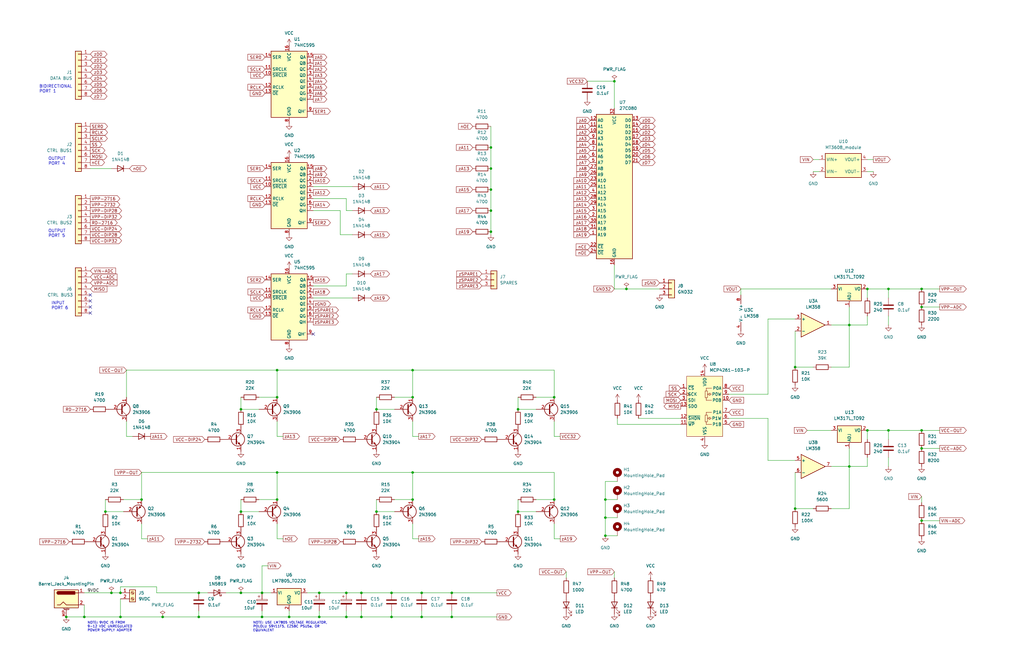
<source format=kicad_sch>
(kicad_sch (version 20211123) (generator eeschema)
  (paper "B")
  (junction (at 116.84 210.82))
  (junction (at 218.44 215.9))
  (junction (at 207.01 71.12))
  (junction (at 158.75 172.72))
  (junction (at 388.62 121.92))
  (junction (at 388.62 189.23))
  (junction (at 110.49 260.35))
  (junction (at 68.58 260.35))
  (junction (at 207.01 80.01))
  (junction (at 121.92 260.35))
  (junction (at 173.99 156.21))
  (junction (at 365.76 181.61))
  (junction (at 190.5 250.19))
  (junction (at 255.27 226.06))
  (junction (at 255.27 218.44))
  (junction (at 101.6 215.9))
  (junction (at 152.4 250.19))
  (junction (at 165.1 250.19))
  (junction (at 358.14 196.85))
  (junction (at 165.1 260.35))
  (junction (at 173.99 210.82))
  (junction (at 374.65 181.61))
  (junction (at 177.8 260.35))
  (junction (at 264.16 121.92))
  (junction (at 27.94 260.35))
  (junction (at 46.99 250.19))
  (junction (at 335.28 214.63))
  (junction (at 110.49 250.19))
  (junction (at 358.14 137.16))
  (junction (at 218.44 172.72))
  (junction (at 388.62 129.54))
  (junction (at 59.69 210.82))
  (junction (at 50.8 250.19))
  (junction (at 35.56 260.35))
  (junction (at 207.01 97.79))
  (junction (at 83.82 260.35))
  (junction (at 116.84 156.21))
  (junction (at 158.75 215.9))
  (junction (at 374.65 121.92))
  (junction (at 101.6 250.19))
  (junction (at 146.05 250.19))
  (junction (at 233.68 210.82))
  (junction (at 233.68 167.64))
  (junction (at 177.8 250.19))
  (junction (at 134.62 250.19))
  (junction (at 388.62 219.71))
  (junction (at 173.99 199.39))
  (junction (at 116.84 167.64))
  (junction (at 335.28 154.94))
  (junction (at 50.8 260.35))
  (junction (at 190.5 260.35))
  (junction (at 101.6 172.72))
  (junction (at 116.84 199.39))
  (junction (at 44.45 215.9))
  (junction (at 173.99 167.64))
  (junction (at 388.62 181.61))
  (junction (at 146.05 260.35))
  (junction (at 255.27 210.82))
  (junction (at 83.82 250.19))
  (junction (at 365.76 121.92))
  (junction (at 152.4 260.35))
  (junction (at 259.08 34.29))
  (junction (at 207.01 88.9))
  (junction (at 207.01 62.23))
  (junction (at 134.62 260.35))
  (no_connect (at 132.08 140.97))
  (no_connect (at 38.1 129.54))
  (no_connect (at 38.1 124.46))
  (no_connect (at 38.1 132.08))
  (no_connect (at 38.1 127))
  (wire (pts (xy 101.6 215.9) (xy 109.22 215.9)))
  (wire (pts (xy 52.07 210.82) (xy 59.69 210.82)))
  (wire (pts (xy 158.75 167.64) (xy 158.75 172.72)))
  (wire (pts (xy 233.68 220.98) (xy 233.68 227.33)))
  (wire (pts (xy 35.56 260.35) (xy 50.8 260.35)))
  (wire (pts (xy 152.4 260.35) (xy 165.1 260.35)))
  (wire (pts (xy 59.69 199.39) (xy 59.69 210.82)))
  (wire (pts (xy 116.84 184.15) (xy 119.38 184.15)))
  (wire (pts (xy 66.04 250.19) (xy 83.82 250.19)))
  (wire (pts (xy 233.68 184.15) (xy 236.22 184.15)))
  (wire (pts (xy 312.42 121.92) (xy 312.42 124.46)))
  (wire (pts (xy 158.75 210.82) (xy 158.75 215.9)))
  (wire (pts (xy 350.52 137.16) (xy 358.14 137.16)))
  (wire (pts (xy 335.28 139.7) (xy 335.28 154.94)))
  (wire (pts (xy 350.52 214.63) (xy 358.14 214.63)))
  (wire (pts (xy 342.9 154.94) (xy 335.28 154.94)))
  (wire (pts (xy 165.1 260.35) (xy 177.8 260.35)))
  (wire (pts (xy 83.82 260.35) (xy 110.49 260.35)))
  (wire (pts (xy 350.52 196.85) (xy 358.14 196.85)))
  (wire (pts (xy 134.62 260.35) (xy 146.05 260.35)))
  (wire (pts (xy 207.01 97.79) (xy 207.01 99.06)))
  (wire (pts (xy 83.82 257.81) (xy 83.82 260.35)))
  (wire (pts (xy 134.62 257.81) (xy 134.62 260.35)))
  (wire (pts (xy 121.92 260.35) (xy 134.62 260.35)))
  (wire (pts (xy 260.35 179.07) (xy 287.02 179.07)))
  (wire (pts (xy 173.99 199.39) (xy 233.68 199.39)))
  (wire (pts (xy 101.6 210.82) (xy 101.6 215.9)))
  (wire (pts (xy 365.76 67.31) (xy 368.3 67.31)))
  (wire (pts (xy 259.08 45.72) (xy 259.08 34.29)))
  (wire (pts (xy 143.51 88.9) (xy 143.51 99.06)))
  (wire (pts (xy 226.06 167.64) (xy 233.68 167.64)))
  (wire (pts (xy 358.14 137.16) (xy 358.14 129.54)))
  (wire (pts (xy 173.99 184.15) (xy 176.53 184.15)))
  (wire (pts (xy 165.1 250.19) (xy 177.8 250.19)))
  (wire (pts (xy 255.27 210.82) (xy 255.27 203.2)))
  (wire (pts (xy 365.76 121.92) (xy 365.76 125.73)))
  (wire (pts (xy 342.9 72.39) (xy 345.44 72.39)))
  (wire (pts (xy 207.01 62.23) (xy 207.01 71.12)))
  (wire (pts (xy 165.1 257.81) (xy 165.1 260.35)))
  (wire (pts (xy 83.82 250.19) (xy 87.63 250.19)))
  (wire (pts (xy 121.92 257.81) (xy 121.92 260.35)))
  (wire (pts (xy 218.44 210.82) (xy 218.44 215.9)))
  (wire (pts (xy 173.99 227.33) (xy 176.53 227.33)))
  (wire (pts (xy 59.69 220.98) (xy 59.69 227.33)))
  (wire (pts (xy 365.76 181.61) (xy 365.76 185.42)))
  (wire (pts (xy 53.34 156.21) (xy 116.84 156.21)))
  (wire (pts (xy 35.56 250.19) (xy 46.99 250.19)))
  (wire (pts (xy 255.27 218.44) (xy 255.27 226.06)))
  (wire (pts (xy 374.65 193.04) (xy 374.65 196.85)))
  (wire (pts (xy 365.76 121.92) (xy 374.65 121.92)))
  (wire (pts (xy 134.62 250.19) (xy 146.05 250.19)))
  (wire (pts (xy 365.76 193.04) (xy 365.76 196.85)))
  (wire (pts (xy 116.84 156.21) (xy 116.84 167.64)))
  (wire (pts (xy 365.76 196.85) (xy 358.14 196.85)))
  (wire (pts (xy 233.68 199.39) (xy 233.68 210.82)))
  (wire (pts (xy 132.08 120.65) (xy 146.05 120.65)))
  (wire (pts (xy 152.4 250.19) (xy 165.1 250.19)))
  (wire (pts (xy 342.9 67.31) (xy 345.44 67.31)))
  (wire (pts (xy 95.25 250.19) (xy 101.6 250.19)))
  (wire (pts (xy 190.5 260.35) (xy 209.55 260.35)))
  (wire (pts (xy 177.8 260.35) (xy 190.5 260.35)))
  (wire (pts (xy 152.4 257.81) (xy 152.4 260.35)))
  (wire (pts (xy 365.76 72.39) (xy 368.3 72.39)))
  (wire (pts (xy 374.65 121.92) (xy 374.65 125.73)))
  (wire (pts (xy 259.08 241.3) (xy 259.08 243.84)))
  (wire (pts (xy 388.62 219.71) (xy 396.24 219.71)))
  (wire (pts (xy 146.05 250.19) (xy 152.4 250.19)))
  (wire (pts (xy 158.75 172.72) (xy 166.37 172.72)))
  (wire (pts (xy 116.84 199.39) (xy 116.84 210.82)))
  (wire (pts (xy 44.45 215.9) (xy 52.07 215.9)))
  (wire (pts (xy 365.76 133.35) (xy 365.76 137.16)))
  (wire (pts (xy 260.35 226.06) (xy 255.27 226.06)))
  (wire (pts (xy 207.01 71.12) (xy 207.01 80.01)))
  (wire (pts (xy 323.85 166.37) (xy 307.34 166.37)))
  (wire (pts (xy 177.8 257.81) (xy 177.8 260.35)))
  (wire (pts (xy 374.65 121.92) (xy 388.62 121.92)))
  (wire (pts (xy 255.27 203.2) (xy 260.35 203.2)))
  (wire (pts (xy 323.85 134.62) (xy 323.85 166.37)))
  (wire (pts (xy 173.99 177.8) (xy 173.99 184.15)))
  (wire (pts (xy 260.35 218.44) (xy 255.27 218.44)))
  (wire (pts (xy 132.08 88.9) (xy 143.51 88.9)))
  (wire (pts (xy 350.52 154.94) (xy 358.14 154.94)))
  (wire (pts (xy 218.44 172.72) (xy 226.06 172.72)))
  (wire (pts (xy 218.44 167.64) (xy 218.44 172.72)))
  (wire (pts (xy 53.34 156.21) (xy 53.34 167.64)))
  (wire (pts (xy 388.62 209.55) (xy 388.62 212.09)))
  (wire (pts (xy 218.44 215.9) (xy 226.06 215.9)))
  (wire (pts (xy 226.06 210.82) (xy 233.68 210.82)))
  (wire (pts (xy 146.05 83.82) (xy 146.05 88.9)))
  (wire (pts (xy 255.27 210.82) (xy 260.35 210.82)))
  (wire (pts (xy 312.42 121.92) (xy 350.52 121.92)))
  (wire (pts (xy 166.37 167.64) (xy 173.99 167.64)))
  (wire (pts (xy 110.49 250.19) (xy 110.49 238.76)))
  (wire (pts (xy 35.56 260.35) (xy 27.94 260.35)))
  (wire (pts (xy 146.05 120.65) (xy 146.05 115.57)))
  (wire (pts (xy 259.08 121.92) (xy 264.16 121.92)))
  (wire (pts (xy 190.5 257.81) (xy 190.5 260.35)))
  (wire (pts (xy 269.24 176.53) (xy 287.02 176.53)))
  (wire (pts (xy 358.14 214.63) (xy 358.14 196.85)))
  (wire (pts (xy 173.99 156.21) (xy 173.99 167.64)))
  (wire (pts (xy 109.22 167.64) (xy 116.84 167.64)))
  (wire (pts (xy 388.62 181.61) (xy 396.24 181.61)))
  (wire (pts (xy 323.85 194.31) (xy 335.28 194.31)))
  (wire (pts (xy 365.76 137.16) (xy 358.14 137.16)))
  (wire (pts (xy 335.28 134.62) (xy 323.85 134.62)))
  (wire (pts (xy 53.34 177.8) (xy 53.34 184.15)))
  (wire (pts (xy 101.6 250.19) (xy 110.49 250.19)))
  (wire (pts (xy 307.34 176.53) (xy 323.85 176.53)))
  (wire (pts (xy 388.62 129.54) (xy 396.24 129.54)))
  (wire (pts (xy 116.84 227.33) (xy 119.38 227.33)))
  (wire (pts (xy 109.22 210.82) (xy 116.84 210.82)))
  (wire (pts (xy 388.62 189.23) (xy 396.24 189.23)))
  (wire (pts (xy 146.05 88.9) (xy 148.59 88.9)))
  (wire (pts (xy 264.16 121.92) (xy 278.13 121.92)))
  (wire (pts (xy 110.49 238.76) (xy 113.03 238.76)))
  (wire (pts (xy 110.49 257.81) (xy 110.49 260.35)))
  (wire (pts (xy 233.68 156.21) (xy 233.68 167.64)))
  (wire (pts (xy 116.84 177.8) (xy 116.84 184.15)))
  (wire (pts (xy 233.68 227.33) (xy 236.22 227.33)))
  (wire (pts (xy 374.65 181.61) (xy 388.62 181.61)))
  (wire (pts (xy 166.37 210.82) (xy 173.99 210.82)))
  (wire (pts (xy 358.14 154.94) (xy 358.14 137.16)))
  (wire (pts (xy 146.05 115.57) (xy 148.59 115.57)))
  (wire (pts (xy 238.76 241.3) (xy 238.76 243.84)))
  (wire (pts (xy 173.99 220.98) (xy 173.99 227.33)))
  (wire (pts (xy 247.65 34.29) (xy 259.08 34.29)))
  (wire (pts (xy 207.01 80.01) (xy 207.01 88.9)))
  (wire (pts (xy 374.65 133.35) (xy 374.65 137.16)))
  (wire (pts (xy 116.84 199.39) (xy 173.99 199.39)))
  (wire (pts (xy 323.85 176.53) (xy 323.85 194.31)))
  (wire (pts (xy 129.54 250.19) (xy 134.62 250.19)))
  (wire (pts (xy 101.6 172.72) (xy 109.22 172.72)))
  (wire (pts (xy 177.8 250.19) (xy 190.5 250.19)))
  (wire (pts (xy 233.68 177.8) (xy 233.68 184.15)))
  (wire (pts (xy 68.58 260.35) (xy 83.82 260.35)))
  (wire (pts (xy 110.49 260.35) (xy 121.92 260.35)))
  (wire (pts (xy 146.05 260.35) (xy 152.4 260.35)))
  (wire (pts (xy 190.5 250.19) (xy 209.55 250.19)))
  (wire (pts (xy 66.04 247.65) (xy 66.04 250.19)))
  (wire (pts (xy 59.69 227.33) (xy 62.23 227.33)))
  (wire (pts (xy 132.08 125.73) (xy 148.59 125.73)))
  (wire (pts (xy 116.84 220.98) (xy 116.84 227.33)))
  (wire (pts (xy 101.6 167.64) (xy 101.6 172.72)))
  (wire (pts (xy 158.75 215.9) (xy 166.37 215.9)))
  (wire (pts (xy 116.84 156.21) (xy 173.99 156.21)))
  (wire (pts (xy 388.62 121.92) (xy 396.24 121.92)))
  (wire (pts (xy 260.35 176.53) (xy 260.35 179.07)))
  (wire (pts (xy 44.45 210.82) (xy 44.45 215.9)))
  (wire (pts (xy 335.28 199.39) (xy 335.28 214.63)))
  (wire (pts (xy 35.56 255.27) (xy 35.56 260.35)))
  (wire (pts (xy 132.08 78.74) (xy 148.59 78.74)))
  (wire (pts (xy 207.01 88.9) (xy 207.01 97.79)))
  (wire (pts (xy 146.05 257.81) (xy 146.05 260.35)))
  (wire (pts (xy 59.69 199.39) (xy 116.84 199.39)))
  (wire (pts (xy 255.27 218.44) (xy 255.27 210.82)))
  (wire (pts (xy 110.49 250.19) (xy 114.3 250.19)))
  (wire (pts (xy 350.52 181.61) (xy 340.36 181.61)))
  (wire (pts (xy 50.8 252.73) (xy 50.8 260.35)))
  (wire (pts (xy 374.65 181.61) (xy 374.65 185.42)))
  (wire (pts (xy 38.1 71.12) (xy 46.99 71.12)))
  (wire (pts (xy 53.34 184.15) (xy 55.88 184.15)))
  (wire (pts (xy 173.99 199.39) (xy 173.99 210.82)))
  (wire (pts (xy 259.08 121.92) (xy 259.08 111.76)))
  (wire (pts (xy 342.9 214.63) (xy 335.28 214.63)))
  (wire (pts (xy 207.01 53.34) (xy 207.01 62.23)))
  (wire (pts (xy 358.14 196.85) (xy 358.14 189.23)))
  (wire (pts (xy 173.99 156.21) (xy 233.68 156.21)))
  (wire (pts (xy 143.51 99.06) (xy 148.59 99.06)))
  (wire (pts (xy 46.99 250.19) (xy 50.8 250.19)))
  (wire (pts (xy 50.8 260.35) (xy 68.58 260.35)))
  (wire (pts (xy 50.8 247.65) (xy 66.04 247.65)))
  (wire (pts (xy 365.76 181.61) (xy 374.65 181.61)))
  (wire (pts (xy 50.8 250.19) (xy 50.8 247.65)))
  (wire (pts (xy 132.08 83.82) (xy 146.05 83.82)))
  (text "OUTPUT\nPORT 5" (at 20.32 100.33 0) (effects (font (size 1.27 1.27)) (justify left bottom)))
  (text "BIDIRECTIONAL\nPORT 1" (at 16.51 39.37 0) (effects (font (size 1.27 1.27)) (justify left bottom)))
  (text "NOTE: 9VDC IS FROM\n9-12 VDC UNREGULATED\nPOWER SUPPLY ADAPTER" (at 36.83 266.7 0) (effects (font (size 1 1)) (justify left bottom)))
  (text "OUTPUT\nPORT 4" (at 20.32 69.85 0) (effects (font (size 1.27 1.27)) (justify left bottom)))
  (text "INPUT\nPORT 6" (at 21.59 130.81 0) (effects (font (size 1.27 1.27)) (justify left bottom)))
  (text "NOTE: USE LM7805 VOLTAGE REGULATOR,\nPOLOLU S9V11F5, EZSBC PSU5a, OR\nEQUIVALENT" (at 106.68 266.7 0) (effects (font (size 1 1)) (justify left bottom)))
  (label "9VDC" (at 36.83 250.19 0))
  (global_label "zA13" (shape input) (at 199.39 71.12 180) (property "Intersheet References" "${INTERSHEET_REFS}" (effects hide)))
  (global_label "VIN" (shape output) (at 113.03 238.76 0) (property "Intersheet References" "${INTERSHEET_REFS}" (effects hide)))
  (global_label "zA10" (shape output) (at 132.08 76.2 0) (property "Intersheet References" "${INTERSHEET_REFS}" (effects hide)))
  (global_label "zD3" (shape bidirectional) (at 269.24 58.42 0) (property "Intersheet References" "${INTERSHEET_REFS}" (effects hide)))
  (global_label "GND" (shape input) (at 307.34 168.91 0) (property "Intersheet References" "${INTERSHEET_REFS}" (effects hide)))
  (global_label "VPP-ADC" (shape output) (at 396.24 129.54 0) (property "Intersheet References" "${INTERSHEET_REFS}" (effects hide)))
  (global_label "zA9" (shape input) (at 248.92 73.66 180) (property "Intersheet References" "${INTERSHEET_REFS}" (effects hide)))
  (global_label "SER0" (shape input) (at 111.76 24.13 180) (property "Intersheet References" "${INTERSHEET_REFS}" (effects hide)))
  (global_label "zA4" (shape input) (at 248.92 60.96 180) (property "Intersheet References" "${INTERSHEET_REFS}" (effects hide)))
  (global_label "zGND" (shape input) (at 278.13 119.38 180) (property "Intersheet References" "${INTERSHEET_REFS}" (effects hide)))
  (global_label "RD-2716" (shape output) (at 38.1 93.98 0) (property "Intersheet References" "${INTERSHEET_REFS}" (effects hide)))
  (global_label "zD1" (shape bidirectional) (at 38.1 25.4 0) (property "Intersheet References" "${INTERSHEET_REFS}" (effects hide)))
  (global_label "zA1" (shape input) (at 248.92 53.34 180) (property "Intersheet References" "${INTERSHEET_REFS}" (effects hide)))
  (global_label "zSPARE2" (shape input) (at 203.2 118.11 180) (property "Intersheet References" "${INTERSHEET_REFS}" (effects hide)))
  (global_label "VCC" (shape input) (at 307.34 173.99 0) (property "Intersheet References" "${INTERSHEET_REFS}" (effects hide)))
  (global_label "zA15" (shape input) (at 248.92 88.9 180) (property "Intersheet References" "${INTERSHEET_REFS}" (effects hide)))
  (global_label "VCC-ADC" (shape input) (at 38.1 116.84 0) (property "Intersheet References" "${INTERSHEET_REFS}" (effects hide)))
  (global_label "SS" (shape output) (at 38.1 60.96 0) (property "Intersheet References" "${INTERSHEET_REFS}" (effects hide)))
  (global_label "GND" (shape input) (at 111.76 39.37 180) (property "Intersheet References" "${INTERSHEET_REFS}" (effects hide)))
  (global_label "zA13" (shape bidirectional) (at 156.21 88.9 0) (property "Intersheet References" "${INTERSHEET_REFS}" (effects hide)))
  (global_label "VOUT" (shape output) (at 368.3 67.31 0) (property "Intersheet References" "${INTERSHEET_REFS}" (effects hide)))
  (global_label "zD6" (shape bidirectional) (at 38.1 38.1 0) (property "Intersheet References" "${INTERSHEET_REFS}" (effects hide)))
  (global_label "VCC-DIP28" (shape output) (at 38.1 99.06 0) (property "Intersheet References" "${INTERSHEET_REFS}" (effects hide)))
  (global_label "nCE" (shape input) (at 248.92 104.14 180) (property "Intersheet References" "${INTERSHEET_REFS}" (effects hide)))
  (global_label "VPP-DIP28" (shape output) (at 38.1 88.9 0) (property "Intersheet References" "${INTERSHEET_REFS}" (effects hide)))
  (global_label "zA19" (shape bidirectional) (at 156.21 125.73 0) (property "Intersheet References" "${INTERSHEET_REFS}" (effects hide)))
  (global_label "GND" (shape input) (at 111.76 86.36 180) (property "Intersheet References" "${INTERSHEET_REFS}" (effects hide)))
  (global_label "SCLK" (shape output) (at 38.1 58.42 0) (property "Intersheet References" "${INTERSHEET_REFS}" (effects hide)))
  (global_label "VIN-ADC" (shape input) (at 38.1 114.3 0) (property "Intersheet References" "${INTERSHEET_REFS}" (effects hide)))
  (global_label "nCE" (shape output) (at 38.1 68.58 0) (property "Intersheet References" "${INTERSHEET_REFS}" (effects hide)))
  (global_label "zA17" (shape input) (at 199.39 88.9 180) (property "Intersheet References" "${INTERSHEET_REFS}" (effects hide)))
  (global_label "zA9" (shape output) (at 132.08 73.66 0) (property "Intersheet References" "${INTERSHEET_REFS}" (effects hide)))
  (global_label "MOSI" (shape input) (at 287.02 168.91 180) (property "Intersheet References" "${INTERSHEET_REFS}" (effects hide)))
  (global_label "zA15" (shape input) (at 199.39 80.01 180) (property "Intersheet References" "${INTERSHEET_REFS}" (effects hide)))
  (global_label "VCC-DIP24" (shape output) (at 38.1 96.52 0) (property "Intersheet References" "${INTERSHEET_REFS}" (effects hide)))
  (global_label "zA2" (shape output) (at 132.08 29.21 0) (property "Intersheet References" "${INTERSHEET_REFS}" (effects hide)))
  (global_label "zA17" (shape bidirectional) (at 156.21 115.57 0) (property "Intersheet References" "${INTERSHEET_REFS}" (effects hide)))
  (global_label "GND32" (shape input) (at 259.08 121.92 180) (property "Intersheet References" "${INTERSHEET_REFS}" (effects hide)))
  (global_label "VCC-OUT" (shape input) (at 53.34 156.21 180) (property "Intersheet References" "${INTERSHEET_REFS}" (effects hide)))
  (global_label "RCLK" (shape input) (at 111.76 83.82 180) (property "Intersheet References" "${INTERSHEET_REFS}" (effects hide)))
  (global_label "RCLK" (shape input) (at 111.76 130.81 180) (property "Intersheet References" "${INTERSHEET_REFS}" (effects hide)))
  (global_label "zSPARE2" (shape output) (at 132.08 133.35 0) (property "Intersheet References" "${INTERSHEET_REFS}" (effects hide)))
  (global_label "VCC-DIP24" (shape input) (at 86.36 185.42 180) (property "Intersheet References" "${INTERSHEET_REFS}" (effects hide)))
  (global_label "zGND" (shape output) (at 132.08 128.27 0) (property "Intersheet References" "${INTERSHEET_REFS}" (effects hide)))
  (global_label "zA17" (shape output) (at 176.53 184.15 0) (property "Intersheet References" "${INTERSHEET_REFS}" (effects hide)))
  (global_label "SCLK" (shape input) (at 111.76 123.19 180) (property "Intersheet References" "${INTERSHEET_REFS}" (effects hide)))
  (global_label "SS" (shape input) (at 287.02 163.83 180) (property "Intersheet References" "${INTERSHEET_REFS}" (effects hide)))
  (global_label "zA6" (shape input) (at 248.92 66.04 180) (property "Intersheet References" "${INTERSHEET_REFS}" (effects hide)))
  (global_label "VOUT" (shape input) (at 312.42 121.92 180) (property "Intersheet References" "${INTERSHEET_REFS}" (effects hide)))
  (global_label "zD3" (shape bidirectional) (at 38.1 30.48 0) (property "Intersheet References" "${INTERSHEET_REFS}" (effects hide)))
  (global_label "VPP-OUT" (shape output) (at 396.24 121.92 0) (property "Intersheet References" "${INTERSHEET_REFS}" (effects hide)))
  (global_label "zA11" (shape bidirectional) (at 156.21 78.74 0) (property "Intersheet References" "${INTERSHEET_REFS}" (effects hide)))
  (global_label "SER2" (shape output) (at 132.08 93.98 0) (property "Intersheet References" "${INTERSHEET_REFS}" (effects hide)))
  (global_label "zA16" (shape output) (at 132.08 118.11 0) (property "Intersheet References" "${INTERSHEET_REFS}" (effects hide)))
  (global_label "zA18" (shape output) (at 132.08 123.19 0) (property "Intersheet References" "${INTERSHEET_REFS}" (effects hide)))
  (global_label "zA11" (shape input) (at 248.92 78.74 180) (property "Intersheet References" "${INTERSHEET_REFS}" (effects hide)))
  (global_label "VPP-OUT" (shape input) (at 59.69 199.39 180) (property "Intersheet References" "${INTERSHEET_REFS}" (effects hide)))
  (global_label "zD7" (shape bidirectional) (at 269.24 68.58 0) (property "Intersheet References" "${INTERSHEET_REFS}" (effects hide)))
  (global_label "zD7" (shape bidirectional) (at 38.1 40.64 0) (property "Intersheet References" "${INTERSHEET_REFS}" (effects hide)))
  (global_label "VCC-DIP32" (shape input) (at 203.2 185.42 180) (property "Intersheet References" "${INTERSHEET_REFS}" (effects hide)))
  (global_label "zA5" (shape output) (at 132.08 36.83 0) (property "Intersheet References" "${INTERSHEET_REFS}" (effects hide)))
  (global_label "VIN" (shape input) (at 340.36 181.61 180) (property "Intersheet References" "${INTERSHEET_REFS}" (effects hide)))
  (global_label "zA18" (shape input) (at 248.92 96.52 180) (property "Intersheet References" "${INTERSHEET_REFS}" (effects hide)))
  (global_label "VCC" (shape input) (at 111.76 31.75 180) (property "Intersheet References" "${INTERSHEET_REFS}" (effects hide)))
  (global_label "RCLK" (shape input) (at 111.76 36.83 180) (property "Intersheet References" "${INTERSHEET_REFS}" (effects hide)))
  (global_label "VIN-ADC" (shape output) (at 396.24 219.71 0) (property "Intersheet References" "${INTERSHEET_REFS}" (effects hide)))
  (global_label "RD-2716" (shape input) (at 38.1 172.72 180) (property "Intersheet References" "${INTERSHEET_REFS}" (effects hide)))
  (global_label "VPP-DIP28" (shape input) (at 143.51 228.6 180) (property "Intersheet References" "${INTERSHEET_REFS}" (effects hide)))
  (global_label "SCLK" (shape input) (at 111.76 29.21 180) (property "Intersheet References" "${INTERSHEET_REFS}" (effects hide)))
  (global_label "zD6" (shape bidirectional) (at 269.24 66.04 0) (property "Intersheet References" "${INTERSHEET_REFS}" (effects hide)))
  (global_label "zSPARE1" (shape output) (at 132.08 130.81 0) (property "Intersheet References" "${INTERSHEET_REFS}" (effects hide)))
  (global_label "MOSI" (shape output) (at 38.1 66.04 0) (property "Intersheet References" "${INTERSHEET_REFS}" (effects hide)))
  (global_label "zD4" (shape bidirectional) (at 269.24 60.96 0) (property "Intersheet References" "${INTERSHEET_REFS}" (effects hide)))
  (global_label "zA13" (shape input) (at 248.92 83.82 180) (property "Intersheet References" "${INTERSHEET_REFS}" (effects hide)))
  (global_label "VPP-2716" (shape input) (at 29.21 228.6 180) (property "Intersheet References" "${INTERSHEET_REFS}" (effects hide)))
  (global_label "VCC32" (shape input) (at 247.65 34.29 180) (property "Intersheet References" "${INTERSHEET_REFS}" (effects hide)))
  (global_label "VPP-DIP32" (shape input) (at 203.2 228.6 180) (property "Intersheet References" "${INTERSHEET_REFS}" (effects hide)))
  (global_label "VCC" (shape output) (at 209.55 250.19 0) (property "Intersheet References" "${INTERSHEET_REFS}" (effects hide)))
  (global_label "zA19" (shape input) (at 199.39 97.79 180) (property "Intersheet References" "${INTERSHEET_REFS}" (effects hide)))
  (global_label "zA13" (shape output) (at 119.38 184.15 0) (property "Intersheet References" "${INTERSHEET_REFS}" (effects hide)))
  (global_label "VPP-2732" (shape output) (at 38.1 86.36 0) (property "Intersheet References" "${INTERSHEET_REFS}" (effects hide)))
  (global_label "GND" (shape output) (at 209.55 260.35 0) (property "Intersheet References" "${INTERSHEET_REFS}" (effects hide)))
  (global_label "zA7" (shape input) (at 248.92 68.58 180) (property "Intersheet References" "${INTERSHEET_REFS}" (effects hide)))
  (global_label "zA5" (shape input) (at 248.92 63.5 180) (property "Intersheet References" "${INTERSHEET_REFS}" (effects hide)))
  (global_label "zA11" (shape output) (at 63.5 184.15 0) (property "Intersheet References" "${INTERSHEET_REFS}" (effects hide)))
  (global_label "zA0" (shape input) (at 248.92 50.8 180) (property "Intersheet References" "${INTERSHEET_REFS}" (effects hide)))
  (global_label "VCC-ADC" (shape output) (at 396.24 189.23 0) (property "Intersheet References" "${INTERSHEET_REFS}" (effects hide)))
  (global_label "zA16" (shape input) (at 248.92 91.44 180) (property "Intersheet References" "${INTERSHEET_REFS}" (effects hide)))
  (global_label "zA12" (shape output) (at 132.08 81.28 0) (property "Intersheet References" "${INTERSHEET_REFS}" (effects hide)))
  (global_label "zA4" (shape output) (at 132.08 34.29 0) (property "Intersheet References" "${INTERSHEET_REFS}" (effects hide)))
  (global_label "VCC" (shape input) (at 111.76 125.73 180) (property "Intersheet References" "${INTERSHEET_REFS}" (effects hide)))
  (global_label "zA15" (shape bidirectional) (at 156.21 99.06 0) (property "Intersheet References" "${INTERSHEET_REFS}" (effects hide)))
  (global_label "zA11" (shape input) (at 199.39 62.23 180) (property "Intersheet References" "${INTERSHEET_REFS}" (effects hide)))
  (global_label "GND" (shape input) (at 111.76 133.35 180) (property "Intersheet References" "${INTERSHEET_REFS}" (effects hide)))
  (global_label "VCC-DIP28" (shape input) (at 143.51 185.42 180) (property "Intersheet References" "${INTERSHEET_REFS}" (effects hide)))
  (global_label "zA8" (shape output) (at 132.08 71.12 0) (property "Intersheet References" "${INTERSHEET_REFS}" (effects hide)))
  (global_label "zD1" (shape bidirectional) (at 269.24 53.34 0) (property "Intersheet References" "${INTERSHEET_REFS}" (effects hide)))
  (global_label "VPP-DIP32" (shape output) (at 38.1 91.44 0) (property "Intersheet References" "${INTERSHEET_REFS}" (effects hide)))
  (global_label "zA8" (shape input) (at 248.92 71.12 180) (property "Intersheet References" "${INTERSHEET_REFS}" (effects hide)))
  (global_label "zA0" (shape output) (at 132.08 24.13 0) (property "Intersheet References" "${INTERSHEET_REFS}" (effects hide)))
  (global_label "zA11" (shape output) (at 62.23 227.33 0) (property "Intersheet References" "${INTERSHEET_REFS}" (effects hide)))
  (global_label "zA3" (shape output) (at 132.08 31.75 0) (property "Intersheet References" "${INTERSHEET_REFS}" (effects hide)))
  (global_label "SCK" (shape output) (at 38.1 63.5 0) (property "Intersheet References" "${INTERSHEET_REFS}" (effects hide)))
  (global_label "zA12" (shape input) (at 248.92 81.28 180) (property "Intersheet References" "${INTERSHEET_REFS}" (effects hide)))
  (global_label "zA6" (shape output) (at 132.08 39.37 0) (property "Intersheet References" "${INTERSHEET_REFS}" (effects hide)))
  (global_label "zA17" (shape input) (at 248.92 93.98 180) (property "Intersheet References" "${INTERSHEET_REFS}" (effects hide)))
  (global_label "nOE" (shape input) (at 248.92 106.68 180) (property "Intersheet References" "${INTERSHEET_REFS}" (effects hide)))
  (global_label "zA14" (shape output) (at 132.08 86.36 0) (property "Intersheet References" "${INTERSHEET_REFS}" (effects hide)))
  (global_label "zSPARE3" (shape output) (at 132.08 135.89 0) (property "Intersheet References" "${INTERSHEET_REFS}" (effects hide)))
  (global_label "VIN" (shape input) (at 388.62 209.55 180) (property "Intersheet References" "${INTERSHEET_REFS}" (effects hide)))
  (global_label "VCC" (shape input) (at 111.76 78.74 180) (property "Intersheet References" "${INTERSHEET_REFS}" (effects hide)))
  (global_label "zA19" (shape input) (at 248.92 99.06 180) (property "Intersheet References" "${INTERSHEET_REFS}" (effects hide)))
  (global_label "zD2" (shape bidirectional) (at 269.24 55.88 0) (property "Intersheet References" "${INTERSHEET_REFS}" (effects hide)))
  (global_label "nOE" (shape input) (at 199.39 53.34 180) (property "Intersheet References" "${INTERSHEET_REFS}" (effects hide)))
  (global_label "SCLK" (shape input) (at 111.76 76.2 180) (property "Intersheet References" "${INTERSHEET_REFS}" (effects hide)))
  (global_label "zA19" (shape output) (at 236.22 227.33 0) (property "Intersheet References" "${INTERSHEET_REFS}" (effects hide)))
  (global_label "zA15" (shape output) (at 176.53 227.33 0) (property "Intersheet References" "${INTERSHEET_REFS}" (effects hide)))
  (global_label "VCC-OUT" (shape output) (at 396.24 181.61 0) (property "Intersheet References" "${INTERSHEET_REFS}" (effects hide)))
  (global_label "zA2" (shape input) (at 248.92 55.88 180) (property "Intersheet References" "${INTERSHEET_REFS}" (effects hide)))
  (global_label "zA7" (shape output) (at 132.08 41.91 0) (property "Intersheet References" "${INTERSHEET_REFS}" (effects hide)))
  (global_label "RCLK" (shape output) (at 38.1 55.88 0) (property "Intersheet References" "${INTERSHEET_REFS}" (effects hide)))
  (global_label "SER1" (shape input) (at 111.76 71.12 180) (property "Intersheet References" "${INTERSHEET_REFS}" (effects hide)))
  (global_label "zA14" (shape input) (at 248.92 86.36 180) (property "Intersheet References" "${INTERSHEET_REFS}" (effects hide)))
  (global_label "MISO" (shape output) (at 287.02 171.45 180) (property "Intersheet References" "${INTERSHEET_REFS}" (effects hide)))
  (global_label "VCC32" (shape output) (at 236.22 184.15 0) (property "Intersheet References" "${INTERSHEET_REFS}" (effects hide)))
  (global_label "GND" (shape input) (at 307.34 179.07 0) (property "Intersheet References" "${INTERSHEET_REFS}" (effects hide)))
  (global_label "zA10" (shape input) (at 248.92 76.2 180) (property "Intersheet References" "${INTERSHEET_REFS}" (effects hide)))
  (global_label "SER1" (shape output) (at 132.08 46.99 0) (property "Intersheet References" "${INTERSHEET_REFS}" (effects hide)))
  (global_label "VCC-DIP32" (shape output) (at 38.1 101.6 0) (property "Intersheet References" "${INTERSHEET_REFS}" (effects hide)))
  (global_label "zD5" (shape bidirectional) (at 38.1 35.56 0) (property "Intersheet References" "${INTERSHEET_REFS}" (effects hide)))
  (global_label "nOE" (shape bidirectional) (at 54.61 71.12 0) (property "Intersheet References" "${INTERSHEET_REFS}" (effects hide)))
  (global_label "VPP-OUT" (shape input) (at 259.08 241.3 180) (property "Intersheet References" "${INTERSHEET_REFS}" (effects hide)))
  (global_label "zD5" (shape bidirectional) (at 269.24 63.5 0) (property "Intersheet References" "${INTERSHEET_REFS}" (effects hide)))
  (global_label "SER0" (shape output) (at 38.1 53.34 0) (property "Intersheet References" "${INTERSHEET_REFS}" (effects hide)))
  (global_label "SCK" (shape input) (at 287.02 166.37 180) (property "Intersheet References" "${INTERSHEET_REFS}" (effects hide)))
  (global_label "VPP-2732" (shape input) (at 86.36 228.6 180) (property "Intersheet References" "${INTERSHEET_REFS}" (effects hide)))
  (global_label "VPP-2716" (shape output) (at 38.1 83.82 0) (property "Intersheet References" "${INTERSHEET_REFS}" (effects hide)))
  (global_label "zA1" (shape output) (at 132.08 26.67 0) (property "Intersheet References" "${INTERSHEET_REFS}" (effects hide)))
  (global_label "VCC-OUT" (shape input) (at 238.76 241.3 180) (property "Intersheet References" "${INTERSHEET_REFS}" (effects hide)))
  (global_label "nOE" (shape output) (at 119.38 227.33 0) (property "Intersheet References" "${INTERSHEET_REFS}" (effects hide)))
  (global_label "SER2" (shape input) (at 111.76 118.11 180) (property "Intersheet References" "${INTERSHEET_REFS}" (effects hide)))
  (global_label "zD0" (shape bidirectional) (at 269.24 50.8 0) (property "Intersheet References" "${INTERSHEET_REFS}" (effects hide)))
  (global_label "zSPARE3" (shape input) (at 203.2 120.65 180) (property "Intersheet References" "${INTERSHEET_REFS}" (effects hide)))
  (global_label "zA3" (shape input) (at 248.92 58.42 180) (property "Intersheet References" "${INTERSHEET_REFS}" (effects hide)))
  (global_label "VCC" (shape input) (at 307.34 163.83 0) (property "Intersheet References" "${INTERSHEET_REFS}" (effects hide)))
  (global_label "MISO" (shape input) (at 38.1 121.92 0) (property "Intersheet References" "${INTERSHEET_REFS}" (effects hide)))
  (global_label "zD4" (shape bidirectional) (at 38.1 33.02 0) (property "Intersheet References" "${INTERSHEET_REFS}" (effects hide)))
  (global_label "VPP-ADC" (shape input) (at 38.1 119.38 0) (property "Intersheet References" "${INTERSHEET_REFS}" (effects hide)))
  (global_label "zD0" (shape bidirectional) (at 38.1 22.86 0) (property "Intersheet References" "${INTERSHEET_REFS}" (effects hide)))
  (global_label "VIN" (shape input) (at 342.9 67.31 180) (property "Intersheet References" "${INTERSHEET_REFS}" (effects hide)))
  (global_label "zSPARE1" (shape input) (at 203.2 115.57 180) (property "Intersheet References" "${INTERSHEET_REFS}" (effects hide)))
  (global_label "zD2" (shape bidirectional) (at 38.1 27.94 0) (property "Intersheet References" "${INTERSHEET_REFS}" (effects hide)))
  (symbol (lib_id "power:PWR_FLAG") (at 46.99 250.19 0) (unit 1)
    (property "Reference" "#FLG01" (effects hide))
    (property "Value" "PWR_FLAG" (at 46.99 245.11 0))
  )
  (symbol (lib_id "Device:R") (at 269.24 172.72 0) (unit 1)
    (property "Reference" "R42" (at 271.78 171.4499 0) (effects (justify left)))
    (property "Value" "10K" (at 271.78 173.9899 0) (effects (justify left)))
    (property "Footprint" "Resistor_THT:R_Axial_DIN0207_L6.3mm_D2.5mm_P7.62mm_Horizontal" (effects hide))
  )
  (symbol (lib_id "Connector_Generic:Conn_01x08") (at 33.02 60.96 0) (mirror y) (unit 1)
    (property "Reference" "J2" (at 30.48 60.9599 0) (effects (justify left)))
    (property "Value" "CTRL BUS1" (at 30.48 63.4999 0) (effects (justify left)))
    (property "Footprint" "Connector_PinHeader_2.54mm:PinHeader_1x08_P2.54mm_Vertical" (effects hide))
  )
  (symbol (lib_id "Device:R") (at 346.71 154.94 90) (unit 1)
    (property "Reference" "R23" (at 346.71 148.59 90))
    (property "Value" "39K" (at 346.71 151.13 90))
    (property "Footprint" "Resistor_THT:R_Axial_DIN0207_L6.3mm_D2.5mm_P7.62mm_Horizontal" (effects hide))
  )
  (symbol (lib_id "power:GND") (at 121.92 146.05 0) (unit 1)
    (property "Reference" "#PWR010" (effects hide))
    (property "Value" "GND" (at 121.92 151.13 0))
  )
  (symbol (lib_id "Device:R") (at 260.35 172.72 0) (unit 1)
    (property "Reference" "R41" (at 262.89 171.4499 0) (effects (justify left)))
    (property "Value" "10K" (at 262.89 173.9899 0) (effects (justify left)))
    (property "Footprint" "Resistor_THT:R_Axial_DIN0207_L6.3mm_D2.5mm_P7.62mm_Horizontal" (effects hide))
  )
  (symbol (lib_id "Transistor_BJT:2N3904") (at 41.91 228.6 0) (unit 1)
    (property "Reference" "Q1" (at 46.99 227.3299 0) (effects (justify left)))
    (property "Value" "2N3904" (at 46.99 229.8699 0) (effects (justify left)))
    (property "Footprint" "Package_TO_SOT_THT:TO-92_HandSolder" (effects hide))
    (property "Datasheet" "https://www.onsemi.com/pub/Collateral/2N3903-D.PDF" (effects hide))
  )
  (symbol (lib_id "Device:R") (at 346.71 214.63 90) (unit 1)
    (property "Reference" "R24" (at 346.71 208.28 90))
    (property "Value" "5600" (at 346.71 210.82 90))
    (property "Footprint" "Resistor_THT:R_Axial_DIN0207_L6.3mm_D2.5mm_P7.62mm_Horizontal" (effects hide))
  )
  (symbol (lib_id "Device:R") (at 101.6 176.53 0) (unit 1)
    (property "Reference" "R16" (at 104.14 175.2599 0) (effects (justify left)))
    (property "Value" "10K" (at 104.14 177.7999 0) (effects (justify left)))
    (property "Footprint" "Resistor_THT:R_Axial_DIN0207_L6.3mm_D2.5mm_P7.62mm_Horizontal" (effects hide))
  )
  (symbol (lib_id "Device:R") (at 203.2 97.79 90) (unit 1)
    (property "Reference" "R44" (at 203.2 91.44 90))
    (property "Value" "4700" (at 203.2 93.98 90))
    (property "Footprint" "Resistor_THT:R_Axial_DIN0207_L6.3mm_D2.5mm_P7.62mm_Horizontal" (effects hide))
  )
  (symbol (lib_id "Transistor_BJT:2N3904") (at 156.21 228.6 0) (unit 1)
    (property "Reference" "Q5" (at 161.29 227.3299 0) (effects (justify left)))
    (property "Value" "2N3904" (at 161.29 229.8699 0) (effects (justify left)))
    (property "Footprint" "Package_TO_SOT_THT:TO-92_HandSolder" (effects hide))
    (property "Datasheet" "https://www.onsemi.com/pub/Collateral/2N3903-D.PDF" (effects hide))
  )
  (symbol (lib_id "Device:R") (at 147.32 185.42 90) (unit 1)
    (property "Reference" "R35" (at 147.32 179.07 90))
    (property "Value" "4700" (at 147.32 181.61 90))
    (property "Footprint" "Resistor_THT:R_Axial_DIN0207_L6.3mm_D2.5mm_P7.62mm_Horizontal" (effects hide))
  )
  (symbol (lib_id "power:VCC") (at 297.18 156.21 0) (unit 1)
    (property "Reference" "#PWR015" (effects hide))
    (property "Value" "VCC" (at 297.18 151.13 0))
  )
  (symbol (lib_id "Device:C") (at 374.65 189.23 0) (unit 1)
    (property "Reference" "C13" (at 378.46 187.9599 0) (effects (justify left)))
    (property "Value" "0.1uF" (at 378.46 190.4999 0) (effects (justify left)))
    (property "Footprint" "Capacitor_THT:C_Disc_D5.0mm_W2.5mm_P5.00mm" (effects hide))
  )
  (symbol (lib_id "Device:R") (at 147.32 228.6 90) (unit 1)
    (property "Reference" "R9" (at 147.32 222.25 90))
    (property "Value" "4700" (at 147.32 224.79 90))
    (property "Footprint" "Resistor_THT:R_Axial_DIN0207_L6.3mm_D2.5mm_P7.62mm_Horizontal" (effects hide))
  )
  (symbol (lib_id "Device:R") (at 365.76 129.54 0) (unit 1)
    (property "Reference" "R25" (at 368.3 128.2699 0) (effects (justify left)))
    (property "Value" "240" (at 368.3 130.8099 0) (effects (justify left)))
    (property "Footprint" "Resistor_THT:R_Axial_DIN0207_L6.3mm_D2.5mm_P7.62mm_Horizontal" (effects hide))
  )
  (symbol (lib_id "Transistor_BJT:2N3906") (at 171.45 172.72 0) (mirror x) (unit 1)
    (property "Reference" "Q13" (at 176.53 171.4499 0) (effects (justify left)))
    (property "Value" "2N3906" (at 176.53 173.9899 0) (effects (justify left)))
    (property "Footprint" "Package_TO_SOT_THT:TO-92_HandSolder" (effects hide))
    (property "Datasheet" "https://www.onsemi.com/pub/Collateral/2N3906-D.PDF" (effects hide))
  )
  (symbol (lib_id "power:PWR_FLAG") (at 264.16 121.92 0) (unit 1)
    (property "Reference" "#FLG02" (effects hide))
    (property "Value" "PWR_FLAG" (at 264.16 116.84 0))
  )
  (symbol (lib_id "power:GND") (at 27.94 260.35 0) (unit 1)
    (property "Reference" "#PWR017" (effects hide))
    (property "Value" "GND" (at 27.94 265.43 0))
  )
  (symbol (lib_id "Device:R") (at 158.75 219.71 0) (unit 1)
    (property "Reference" "R10" (at 161.29 218.4399 0) (effects (justify left)))
    (property "Value" "10K" (at 161.29 220.9799 0) (effects (justify left)))
    (property "Footprint" "Resistor_THT:R_Axial_DIN0207_L6.3mm_D2.5mm_P7.62mm_Horizontal" (effects hide))
  )
  (symbol (lib_id "Device:R") (at 162.56 167.64 90) (unit 1)
    (property "Reference" "R37" (at 162.56 161.29 90))
    (property "Value" "22K" (at 162.56 163.83 90))
    (property "Footprint" "Resistor_THT:R_Axial_DIN0207_L6.3mm_D2.5mm_P7.62mm_Horizontal" (effects hide))
  )
  (symbol (lib_id "Device:R") (at 218.44 219.71 0) (unit 1)
    (property "Reference" "R33" (at 220.98 218.4399 0) (effects (justify left)))
    (property "Value" "10K" (at 220.98 220.9799 0) (effects (justify left)))
    (property "Footprint" "Resistor_THT:R_Axial_DIN0207_L6.3mm_D2.5mm_P7.62mm_Horizontal" (effects hide))
  )
  (symbol (lib_id "Connector:Barrel_Jack_MountingPin") (at 27.94 252.73 0) (unit 1)
    (property "Reference" "J4" (at 27.94 243.84 0))
    (property "Value" "Barrel_Jack_MountingPin" (at 27.94 246.38 0))
    (property "Footprint" "Connector_BarrelJack:BarrelJack_Horizontal" (effects hide))
  )
  (symbol (lib_id "Device:R") (at 335.28 218.44 0) (unit 1)
    (property "Reference" "R22" (at 337.82 217.1699 0) (effects (justify left)))
    (property "Value" "100K" (at 337.82 219.7099 0) (effects (justify left)))
    (property "Footprint" "Resistor_THT:R_Axial_DIN0207_L6.3mm_D2.5mm_P7.62mm_Horizontal" (effects hide))
  )
  (symbol (lib_id "Device:R") (at 388.62 133.35 0) (unit 1)
    (property "Reference" "R30" (at 391.16 132.0799 0) (effects (justify left)))
    (property "Value" "2200" (at 391.16 134.6199 0) (effects (justify left)))
    (property "Footprint" "Resistor_THT:R_Axial_DIN0207_L6.3mm_D2.5mm_P7.62mm_Horizontal" (effects hide))
  )
  (symbol (lib_id "power:GND") (at 312.42 139.7 0) (unit 1)
    (property "Reference" "#PWR023" (effects hide))
    (property "Value" "GND" (at 312.42 144.78 0))
  )
  (symbol (lib_id "Device:C_Polarized") (at 146.05 254 0) (unit 1)
    (property "Reference" "C12" (at 139.7 254 0) (effects (justify left)))
    (property "Value" "10uF" (at 138.43 256.54 0) (effects (justify left)))
    (property "Footprint" "Capacitor_THT:CP_Radial_D5.0mm_P2.50mm" (effects hide))
  )
  (symbol (lib_id "power:GND") (at 335.28 222.25 0) (unit 1)
    (property "Reference" "#PWR022" (effects hide))
    (property "Value" "GND" (at 335.28 227.33 0))
  )
  (symbol (lib_id "Device:R") (at 335.28 158.75 0) (unit 1)
    (property "Reference" "R21" (at 337.82 157.4799 0) (effects (justify left)))
    (property "Value" "10K" (at 337.82 160.0199 0) (effects (justify left)))
    (property "Footprint" "Resistor_THT:R_Axial_DIN0207_L6.3mm_D2.5mm_P7.62mm_Horizontal" (effects hide))
  )
  (symbol (lib_id "power:GND") (at 388.62 137.16 0) (unit 1)
    (property "Reference" "#PWR028" (effects hide))
    (property "Value" "GND" (at 388.62 142.24 0))
  )
  (symbol (lib_id "power:GND") (at 374.65 137.16 0) (unit 1)
    (property "Reference" "#PWR026" (effects hide))
    (property "Value" "GND" (at 374.65 142.24 0))
  )
  (symbol (lib_id "Transistor_BJT:2N3906") (at 50.8 172.72 0) (mirror x) (unit 1)
    (property "Reference" "Q8" (at 55.88 171.4499 0) (effects (justify left)))
    (property "Value" "2N3906" (at 55.88 173.9899 0) (effects (justify left)))
    (property "Footprint" "Package_TO_SOT_THT:TO-92_HandSolder" (effects hide))
    (property "Datasheet" "https://www.onsemi.com/pub/Collateral/2N3906-D.PDF" (effects hide))
  )
  (symbol (lib_id "power:PWR_FLAG") (at 68.58 260.35 0) (unit 1)
    (property "Reference" "#FLG03" (effects hide))
    (property "Value" "PWR_FLAG" (at 68.58 255.27 0))
  )
  (symbol (lib_id "Regulator_Linear:LM7805_TO220") (at 121.92 250.19 0) (unit 1)
    (property "Reference" "U6" (at 121.92 242.57 0))
    (property "Value" "LM7805_TO220" (at 121.92 245.11 0))
    (property "Footprint" "Package_TO_SOT_THT:TO-220-3_Horizontal_TabDown" (effects hide))
    (property "Datasheet" "https://www.onsemi.cn/PowerSolutions/document/MC7800-D.PDF" (effects hide))
  )
  (symbol (lib_id "power:GND") (at 101.6 233.68 0) (unit 1)
    (property "Reference" "#PWR09" (effects hide))
    (property "Value" "GND" (at 101.6 238.76 0))
  )
  (symbol (lib_id "Transistor_BJT:2N3906") (at 231.14 172.72 0) (mirror x) (unit 1)
    (property "Reference" "Q15" (at 236.22 171.4499 0) (effects (justify left)))
    (property "Value" "2N3906" (at 236.22 173.9899 0) (effects (justify left)))
    (property "Footprint" "Package_TO_SOT_THT:TO-92_HandSolder" (effects hide))
    (property "Datasheet" "https://www.onsemi.com/pub/Collateral/2N3906-D.PDF" (effects hide))
  )
  (symbol (lib_id "power:GND") (at 255.27 226.06 0) (unit 1)
    (property "Reference" "#PWR016" (effects hide))
    (property "Value" "GND" (at 255.27 231.14 0))
  )
  (symbol (lib_id "Device:R") (at 90.17 228.6 90) (unit 1)
    (property "Reference" "R6" (at 90.17 222.25 90))
    (property "Value" "4700" (at 90.17 224.79 90))
    (property "Footprint" "Resistor_THT:R_Axial_DIN0207_L6.3mm_D2.5mm_P7.62mm_Horizontal" (effects hide))
  )
  (symbol (lib_id "Device:R") (at 207.01 228.6 90) (unit 1)
    (property "Reference" "R5" (at 207.01 222.25 90))
    (property "Value" "4700" (at 207.01 224.79 90))
    (property "Footprint" "Resistor_THT:R_Axial_DIN0207_L6.3mm_D2.5mm_P7.62mm_Horizontal" (effects hide))
  )
  (symbol (lib_id "power:GND") (at 158.75 233.68 0) (unit 1)
    (property "Reference" "#PWR011" (effects hide))
    (property "Value" "GND" (at 158.75 238.76 0))
  )
  (symbol (lib_id "power:PWR_FLAG") (at 101.6 250.19 0) (unit 1)
    (property "Reference" "#FLG04" (effects hide))
    (property "Value" "PWR_FLAG" (at 101.6 245.11 0))
  )
  (symbol (lib_id "power:GND") (at 278.13 124.46 0) (unit 1)
    (property "Reference" "#PWR013" (effects hide))
    (property "Value" "GND" (at 278.13 129.54 0))
  )
  (symbol (lib_id "power:GND") (at 207.01 99.06 0) (unit 1)
    (property "Reference" "#PWR014" (effects hide))
    (property "Value" "GND" (at 207.01 104.14 0))
  )
  (symbol (lib_id "Transistor_BJT:2N3904") (at 99.06 185.42 0) (unit 1)
    (property "Reference" "Q7" (at 104.14 184.1499 0) (effects (justify left)))
    (property "Value" "2N3904" (at 104.14 186.6899 0) (effects (justify left)))
    (property "Footprint" "Package_TO_SOT_THT:TO-92_HandSolder" (effects hide))
    (property "Datasheet" "https://www.onsemi.com/pub/Collateral/2N3903-D.PDF" (effects hide))
  )
  (symbol (lib_id "Transistor_BJT:2N3906") (at 114.3 215.9 0) (mirror x) (unit 1)
    (property "Reference" "Q4" (at 119.38 214.6299 0) (effects (justify left)))
    (property "Value" "2N3906" (at 119.38 217.1699 0) (effects (justify left)))
    (property "Footprint" "Package_TO_SOT_THT:TO-92_HandSolder" (effects hide))
    (property "Datasheet" "https://www.onsemi.com/pub/Collateral/2N3906-D.PDF" (effects hide))
  )
  (symbol (lib_id "Amplifier_Operational:LM358") (at 342.9 137.16 0) (unit 1)
    (property "Reference" "U3" (at 342.9 127 0))
    (property "Value" "LM358" (at 342.9 129.54 0))
    (property "Footprint" "Package_DIP:DIP-8_W7.62mm_Socket" (effects hide))
    (property "Datasheet" "http://www.ti.com/lit/ds/symlink/lm2904-n.pdf" (effects hide))
  )
  (symbol (lib_id "Device:C_Polarized") (at 110.49 254 0) (unit 1)
    (property "Reference" "C10" (at 104.14 254 0) (effects (justify left)))
    (property "Value" "10uF" (at 102.87 256.54 0) (effects (justify left)))
    (property "Footprint" "Capacitor_THT:CP_Radial_D5.0mm_P2.50mm" (effects hide))
  )
  (symbol (lib_id "74xx:74HC595") (at 121.92 81.28 0) (unit 1)
    (property "Reference" "U2" (at 123.9394 63.5 0) (effects (justify left)))
    (property "Value" "74HC595" (at 123.9394 66.04 0) (effects (justify left)))
    (property "Footprint" "Package_DIP:DIP-16_W7.62mm_Socket" (effects hide))
    (property "Datasheet" "http://www.ti.com/lit/ds/symlink/sn74hc595.pdf" (effects hide))
  )
  (symbol (lib_id "Amplifier_Operational:LM358") (at 342.9 196.85 0) (unit 2)
    (property "Reference" "U3" (at 342.9 186.69 0))
    (property "Value" "LM358" (at 342.9 189.23 0))
    (property "Footprint" "Package_DIP:DIP-8_W7.62mm_Socket" (effects hide))
    (property "Datasheet" "http://www.ti.com/lit/ds/symlink/lm2904-n.pdf" (effects hide))
  )
  (symbol (lib_id "power:GND") (at 247.65 41.91 0) (unit 1)
    (property "Reference" "#PWR033" (effects hide))
    (property "Value" "GND" (at 247.65 46.99 0))
  )
  (symbol (lib_id "Transistor_BJT:2N3904") (at 156.21 185.42 0) (unit 1)
    (property "Reference" "Q10" (at 161.29 184.1499 0) (effects (justify left)))
    (property "Value" "2N3904" (at 161.29 186.6899 0) (effects (justify left)))
    (property "Footprint" "Package_TO_SOT_THT:TO-92_HandSolder" (effects hide))
    (property "Datasheet" "https://www.onsemi.com/pub/Collateral/2N3903-D.PDF" (effects hide))
  )
  (symbol (lib_id "74xx:74HC595") (at 121.92 34.29 0) (unit 1)
    (property "Reference" "U1" (at 123.9394 16.51 0) (effects (justify left)))
    (property "Value" "74HC595" (at 123.9394 19.05 0) (effects (justify left)))
    (property "Footprint" "Package_DIP:DIP-16_W7.62mm_Socket" (effects hide))
    (property "Datasheet" "http://www.ti.com/lit/ds/symlink/sn74hc595.pdf" (effects hide))
  )
  (symbol (lib_id "Connector_Generic:Conn_01x03") (at 283.21 121.92 0) (unit 1)
    (property "Reference" "J8" (at 285.75 120.6499 0) (effects (justify left)))
    (property "Value" "GND32" (at 285.75 123.1899 0) (effects (justify left)))
    (property "Footprint" "Connector_PinHeader_2.54mm:PinHeader_1x03_P2.54mm_Vertical" (effects hide))
  )
  (symbol (lib_id "Device:R") (at 274.32 247.65 0) (unit 1)
    (property "Reference" "R49" (at 276.86 246.3799 0) (effects (justify left)))
    (property "Value" "470" (at 276.86 248.9199 0) (effects (justify left)))
    (property "Footprint" "Resistor_THT:R_Axial_DIN0207_L6.3mm_D2.5mm_P7.62mm_Horizontal" (effects hide))
  )
  (symbol (lib_id "power:GND") (at 259.08 259.08 0) (unit 1)
    (property "Reference" "#PWR037" (effects hide))
    (property "Value" "GND" (at 259.08 264.16 0))
  )
  (symbol (lib_id "Mechanical:MountingHole_Pad") (at 260.35 223.52 0) (unit 1)
    (property "Reference" "H4" (at 262.89 220.9799 0) (effects (justify left)))
    (property "Value" "MountingHole_Pad" (at 262.89 223.5199 0) (effects (justify left)))
    (property "Footprint" "MountingHole:MountingHole_3.2mm_M3_Pad" (effects hide))
  )
  (symbol (lib_id "Device:R") (at 388.62 193.04 0) (unit 1)
    (property "Reference" "R32" (at 391.16 191.7699 0) (effects (justify left)))
    (property "Value" "8200" (at 391.16 194.3099 0) (effects (justify left)))
    (property "Footprint" "Resistor_THT:R_Axial_DIN0207_L6.3mm_D2.5mm_P7.62mm_Horizontal" (effects hide))
  )
  (symbol (lib_id "power:GND") (at 342.9 72.39 0) (unit 1)
    (property "Reference" "#PWR043" (effects hide))
    (property "Value" "GND" (at 342.9 77.47 0))
  )
  (symbol (lib_id "Diode:1N4148") (at 59.69 184.15 180) (unit 1)
    (property "Reference" "D6" (at 59.69 177.8 0))
    (property "Value" "1N4148" (at 59.69 180.34 0))
    (property "Footprint" "Diode_THT:D_DO-35_SOD27_P7.62mm_Horizontal" (effects hide))
    (property "Datasheet" "https://assets.nexperia.com/documents/data-sheet/1N4148_1N4448.pdf" (effects hide))
  )
  (symbol (lib_id "Device:C") (at 83.82 254 0) (unit 1)
    (property "Reference" "C9" (at 87.63 252.7299 0) (effects (justify left)))
    (property "Value" "0.1uF" (at 87.63 255.2699 0) (effects (justify left)))
    (property "Footprint" "Capacitor_THT:C_Disc_D5.0mm_W2.5mm_P5.00mm" (effects hide))
  )
  (symbol (lib_id "Device:R") (at 207.01 185.42 90) (unit 1)
    (property "Reference" "R38" (at 207.01 179.07 90))
    (property "Value" "4700" (at 207.01 181.61 90))
    (property "Footprint" "Resistor_THT:R_Axial_DIN0207_L6.3mm_D2.5mm_P7.62mm_Horizontal" (effects hide))
  )
  (symbol (lib_id "Diode:1N4148") (at 152.4 115.57 180) (unit 1)
    (property "Reference" "D9" (at 152.4 109.22 0))
    (property "Value" "1N4148" (at 152.4 111.76 0))
    (property "Footprint" "Diode_THT:D_DO-35_SOD27_P7.62mm_Horizontal" (effects hide))
    (property "Datasheet" "https://assets.nexperia.com/documents/data-sheet/1N4148_1N4448.pdf" (effects hide))
  )
  (symbol (lib_id "power:GND") (at 374.65 196.85 0) (unit 1)
    (property "Reference" "#PWR027" (effects hide))
    (property "Value" "GND" (at 374.65 201.93 0))
  )
  (symbol (lib_id "Device:C") (at 190.5 254 0) (unit 1)
    (property "Reference" "C18" (at 194.31 252.7299 0) (effects (justify left)))
    (property "Value" "0.1uF" (at 194.31 255.2699 0) (effects (justify left)))
    (property "Footprint" "Capacitor_THT:C_Disc_D5.0mm_W2.5mm_P5.00mm" (effects hide))
  )
  (symbol (lib_id "Device:R") (at 105.41 167.64 90) (unit 1)
    (property "Reference" "R20" (at 105.41 161.29 90))
    (property "Value" "22K" (at 105.41 163.83 90))
    (property "Footprint" "Resistor_THT:R_Axial_DIN0207_L6.3mm_D2.5mm_P7.62mm_Horizontal" (effects hide))
  )
  (symbol (lib_id "power:VCC") (at 260.35 168.91 0) (unit 1)
    (property "Reference" "#PWR031" (effects hide))
    (property "Value" "VCC" (at 260.35 163.83 0))
  )
  (symbol (lib_id "Mechanical:MountingHole_Pad") (at 260.35 208.28 0) (unit 1)
    (property "Reference" "H2" (at 262.89 205.7399 0) (effects (justify left)))
    (property "Value" "MountingHole_Pad" (at 262.89 208.2799 0) (effects (justify left)))
    (property "Footprint" "MountingHole:MountingHole_3.2mm_M3_Pad" (effects hide))
  )
  (symbol (lib_id "power:VCC") (at 121.92 66.04 0) (unit 1)
    (property "Reference" "#PWR07" (effects hide))
    (property "Value" "VCC" (at 121.92 60.96 0))
  )
  (symbol (lib_id "Device:R") (at 33.02 228.6 90) (unit 1)
    (property "Reference" "R1" (at 33.02 222.25 90))
    (property "Value" "4700" (at 33.02 224.79 90))
    (property "Footprint" "Resistor_THT:R_Axial_DIN0207_L6.3mm_D2.5mm_P7.62mm_Horizontal" (effects hide))
  )
  (symbol (lib_id "Device:C") (at 165.1 254 0) (unit 1)
    (property "Reference" "C16" (at 168.91 252.7299 0) (effects (justify left)))
    (property "Value" "0.1uF" (at 168.91 255.2699 0) (effects (justify left)))
    (property "Footprint" "Capacitor_THT:C_Disc_D5.0mm_W2.5mm_P5.00mm" (effects hide))
  )
  (symbol (lib_id "74xx:74HC595") (at 121.92 128.27 0) (unit 1)
    (property "Reference" "U5" (at 123.9394 110.49 0) (effects (justify left)))
    (property "Value" "74HC595" (at 123.9394 113.03 0) (effects (justify left)))
    (property "Footprint" "Package_DIP:DIP-16_W7.62mm_Socket" (effects hide))
    (property "Datasheet" "http://www.ti.com/lit/ds/symlink/sn74hc595.pdf" (effects hide))
  )
  (symbol (lib_id "power:GND") (at 388.62 196.85 0) (unit 1)
    (property "Reference" "#PWR029" (effects hide))
    (property "Value" "GND" (at 388.62 201.93 0))
  )
  (symbol (lib_id "Device:R") (at 41.91 172.72 90) (unit 1)
    (property "Reference" "R19" (at 41.91 166.37 90))
    (property "Value" "4700" (at 41.91 168.91 90))
    (property "Footprint" "Resistor_THT:R_Axial_DIN0207_L6.3mm_D2.5mm_P7.62mm_Horizontal" (effects hide))
  )
  (symbol (lib_id "Device:R") (at 388.62 185.42 0) (unit 1)
    (property "Reference" "R31" (at 391.16 184.1499 0) (effects (justify left)))
    (property "Value" "10K" (at 391.16 186.6899 0) (effects (justify left)))
    (property "Footprint" "Resistor_THT:R_Axial_DIN0207_L6.3mm_D2.5mm_P7.62mm_Horizontal" (effects hide))
  )
  (symbol (lib_id "power:GND") (at 158.75 190.5 0) (unit 1)
    (property "Reference" "#PWR012" (effects hide))
    (property "Value" "GND" (at 158.75 195.58 0))
  )
  (symbol (lib_id "Connector_Generic:Conn_01x03") (at 208.28 118.11 0) (unit 1)
    (property "Reference" "J7" (at 210.82 116.8399 0) (effects (justify left)))
    (property "Value" "SPARES" (at 210.82 119.3799 0) (effects (justify left)))
    (property "Footprint" "Connector_PinHeader_2.54mm:PinHeader_1x03_P2.54mm_Vertical" (effects hide))
  )
  (symbol (lib_id "Transistor_BJT:2N3904") (at 99.06 228.6 0) (unit 1)
    (property "Reference" "Q3" (at 104.14 227.3299 0) (effects (justify left)))
    (property "Value" "2N3904" (at 104.14 229.8699 0) (effects (justify left)))
    (property "Footprint" "Package_TO_SOT_THT:TO-92_HandSolder" (effects hide))
    (property "Datasheet" "https://www.onsemi.com/pub/Collateral/2N3903-D.PDF" (effects hide))
  )
  (symbol (lib_id "Amplifier_Operational:LM358") (at 314.96 132.08 0) (unit 3)
    (property "Reference" "U3" (at 313.69 130.8099 0) (effects (justify left)))
    (property "Value" "LM358" (at 313.69 133.3499 0) (effects (justify left)))
    (property "Footprint" "Package_DIP:DIP-8_W7.62mm_Socket" (effects hide))
    (property "Datasheet" "http://www.ti.com/lit/ds/symlink/lm2904-n.pdf" (effects hide))
  )
  (symbol (lib_id "Diode:1N4148") (at 152.4 99.06 180) (unit 1)
    (property "Reference" "D4" (at 152.4 92.71 0))
    (property "Value" "1N4148" (at 152.4 95.25 0))
    (property "Footprint" "Diode_THT:D_DO-35_SOD27_P7.62mm_Horizontal" (effects hide))
    (property "Datasheet" "https://assets.nexperia.com/documents/data-sheet/1N4148_1N4448.pdf" (effects hide))
  )
  (symbol (lib_id "Device:R") (at 90.17 185.42 90) (unit 1)
    (property "Reference" "R4" (at 90.17 179.07 90))
    (property "Value" "4700" (at 90.17 181.61 90))
    (property "Footprint" "Resistor_THT:R_Axial_DIN0207_L6.3mm_D2.5mm_P7.62mm_Horizontal" (effects hide))
  )
  (symbol (lib_id "Diode:1N4148") (at 50.8 71.12 0) (mirror y) (unit 1)
    (property "Reference" "D1" (at 50.8 64.77 0))
    (property "Value" "1N4148" (at 50.8 67.31 0))
    (property "Footprint" "Diode_THT:D_DO-35_SOD27_P7.62mm_Horizontal" (effects hide))
    (property "Datasheet" "https://assets.nexperia.com/documents/data-sheet/1N4148_1N4448.pdf" (effects hide))
  )
  (symbol (lib_id "Transistor_BJT:2N3906") (at 231.14 215.9 0) (mirror x) (unit 1)
    (property "Reference" "Q12" (at 236.22 214.6299 0) (effects (justify left)))
    (property "Value" "2N3906" (at 236.22 217.1699 0) (effects (justify left)))
    (property "Footprint" "Package_TO_SOT_THT:TO-92_HandSolder" (effects hide))
    (property "Datasheet" "https://www.onsemi.com/pub/Collateral/2N3906-D.PDF" (effects hide))
  )
  (symbol (lib_id "Device:LED") (at 259.08 255.27 90) (unit 1)
    (property "Reference" "D12" (at 262.89 255.5874 90) (effects (justify right)))
    (property "Value" "LED" (at 262.89 258.1274 90) (effects (justify right)))
    (property "Footprint" "LED_THT:LED_D3.0mm" (effects hide))
  )
  (symbol (lib_id "Diode:1N4148") (at 152.4 78.74 180) (unit 1)
    (property "Reference" "D2" (at 152.4 72.39 0))
    (property "Value" "1N4148" (at 152.4 74.93 0))
    (property "Footprint" "Diode_THT:D_DO-35_SOD27_P7.62mm_Horizontal" (effects hide))
    (property "Datasheet" "https://assets.nexperia.com/documents/data-sheet/1N4148_1N4448.pdf" (effects hide))
  )
  (symbol (lib_id "Transistor_BJT:2N3906") (at 57.15 215.9 0) (mirror x) (unit 1)
    (property "Reference" "Q2" (at 62.23 214.6299 0) (effects (justify left)))
    (property "Value" "2N3906" (at 62.23 217.1699 0) (effects (justify left)))
    (property "Footprint" "Package_TO_SOT_THT:TO-92_HandSolder" (effects hide))
    (property "Datasheet" "https://www.onsemi.com/pub/Collateral/2N3906-D.PDF" (effects hide))
  )
  (symbol (lib_id "Connector:Screw_Terminal_01x02") (at 55.88 250.19 0) (unit 1)
    (property "Reference" "J5" (at 58.42 250.1899 0) (effects (justify left)))
    (property "Value" "9VDC" (at 58.42 252.7299 0) (effects (justify left)))
    (property "Footprint" "TerminalBlock_Phoenix:TerminalBlock_Phoenix_MKDS-1,5-2-5.08_1x02_P5.08mm_Horizontal" (effects hide))
  )
  (symbol (lib_id "Device:R") (at 388.62 223.52 0) (unit 1)
    (property "Reference" "R46" (at 391.16 222.2499 0) (effects (justify left)))
    (property "Value" "10K" (at 391.16 224.7899 0) (effects (justify left)))
    (property "Footprint" "Resistor_THT:R_Axial_DIN0207_L6.3mm_D2.5mm_P7.62mm_Horizontal" (effects hide))
  )
  (symbol (lib_id "Device:R") (at 203.2 80.01 90) (unit 1)
    (property "Reference" "R14" (at 203.2 73.66 90))
    (property "Value" "4700" (at 203.2 76.2 90))
    (property "Footprint" "Resistor_THT:R_Axial_DIN0207_L6.3mm_D2.5mm_P7.62mm_Horizontal" (effects hide))
  )
  (symbol (lib_id "Transistor_BJT:2N3906") (at 114.3 172.72 0) (mirror x) (unit 1)
    (property "Reference" "Q9" (at 119.38 171.4499 0) (effects (justify left)))
    (property "Value" "2N3906" (at 119.38 173.9899 0) (effects (justify left)))
    (property "Footprint" "Package_TO_SOT_THT:TO-92_HandSolder" (effects hide))
    (property "Datasheet" "https://www.onsemi.com/pub/Collateral/2N3906-D.PDF" (effects hide))
  )
  (symbol (lib_id "Device:R") (at 365.76 189.23 0) (unit 1)
    (property "Reference" "R26" (at 368.3 187.9599 0) (effects (justify left)))
    (property "Value" "240" (at 368.3 190.4999 0) (effects (justify left)))
    (property "Footprint" "Resistor_THT:R_Axial_DIN0207_L6.3mm_D2.5mm_P7.62mm_Horizontal" (effects hide))
  )
  (symbol (lib_id "power:GND") (at 297.18 186.69 0) (unit 1)
    (property "Reference" "#PWR018" (effects hide))
    (property "Value" "GND" (at 297.18 191.77 0))
  )
  (symbol (lib_id "Device:C") (at 152.4 254 0) (unit 1)
    (property "Reference" "C15" (at 156.21 252.7299 0) (effects (justify left)))
    (property "Value" "0.1uF" (at 156.21 255.2699 0) (effects (justify left)))
    (property "Footprint" "Capacitor_THT:C_Disc_D5.0mm_W2.5mm_P5.00mm" (effects hide))
  )
  (symbol (lib_id "Regulator_Linear:LM317L_TO92") (at 358.14 181.61 0) (unit 1)
    (property "Reference" "U13" (at 358.14 173.99 0))
    (property "Value" "LM317L_TO92" (at 358.14 176.53 0))
    (property "Footprint" "Package_TO_SOT_THT:TO-92_HandSolder" (effects hide))
    (property "Datasheet" "http://www.ti.com/lit/ds/snvs775k/snvs775k.pdf" (effects hide))
  )
  (symbol (lib_id "Device:LED") (at 238.76 255.27 90) (unit 1)
    (property "Reference" "D11" (at 242.57 255.5874 90) (effects (justify right)))
    (property "Value" "LED" (at 242.57 258.1274 90) (effects (justify right)))
    (property "Footprint" "LED_THT:LED_D3.0mm" (effects hide))
  )
  (symbol (lib_id "power:VCC") (at 269.24 168.91 0) (unit 1)
    (property "Reference" "#PWR032" (effects hide))
    (property "Value" "VCC" (at 269.24 163.83 0))
  )
  (symbol (lib_id "Device:R") (at 44.45 219.71 0) (unit 1)
    (property "Reference" "R2" (at 46.99 218.4399 0) (effects (justify left)))
    (property "Value" "10K" (at 46.99 220.9799 0) (effects (justify left)))
    (property "Footprint" "Resistor_THT:R_Axial_DIN0207_L6.3mm_D2.5mm_P7.62mm_Horizontal" (effects hide))
  )
  (symbol (lib_id "power:GND") (at 274.32 259.08 0) (unit 1)
    (property "Reference" "#PWR039" (effects hide))
    (property "Value" "GND" (at 274.32 264.16 0))
  )
  (symbol (lib_id "Mechanical:MountingHole_Pad") (at 260.35 200.66 0) (unit 1)
    (property "Reference" "H1" (at 262.89 198.1199 0) (effects (justify left)))
    (property "Value" "MountingHole_Pad" (at 262.89 200.6599 0) (effects (justify left)))
    (property "Footprint" "MountingHole:MountingHole_3.2mm_M3_Pad" (effects hide))
  )
  (symbol (lib_id "power:VCC") (at 121.92 113.03 0) (unit 1)
    (property "Reference" "#PWR04" (effects hide))
    (property "Value" "VCC" (at 121.92 107.95 0))
  )
  (symbol (lib_id "power:VCC") (at 121.92 19.05 0) (unit 1)
    (property "Reference" "#PWR05" (effects hide))
    (property "Value" "VCC" (at 121.92 13.97 0))
  )
  (symbol (lib_id "power:GND") (at 101.6 190.5 0) (unit 1)
    (property "Reference" "#PWR03" (effects hide))
    (property "Value" "GND" (at 101.6 195.58 0))
  )
  (symbol (lib_id "Device:R") (at 203.2 62.23 90) (unit 1)
    (property "Reference" "R12" (at 203.2 55.88 90))
    (property "Value" "4700" (at 203.2 58.42 90))
    (property "Footprint" "Resistor_THT:R_Axial_DIN0207_L6.3mm_D2.5mm_P7.62mm_Horizontal" (effects hide))
  )
  (symbol (lib_id "Connector_Generic:Conn_01x08") (at 33.02 91.44 0) (mirror y) (unit 1)
    (property "Reference" "J3" (at 30.48 91.4399 0) (effects (justify left)))
    (property "Value" "CTRL BUS2" (at 30.48 93.9799 0) (effects (justify left)))
    (property "Footprint" "Connector_PinHeader_2.54mm:PinHeader_1x08_P2.54mm_Vertical" (effects hide))
  )
  (symbol (lib_id "Device:C") (at 247.65 38.1 0) (unit 1)
    (property "Reference" "C19" (at 251.46 36.8299 0) (effects (justify left)))
    (property "Value" "0.1uF" (at 251.46 39.3699 0) (effects (justify left)))
    (property "Footprint" "Capacitor_THT:C_Disc_D5.0mm_W2.5mm_P5.00mm" (effects hide))
  )
  (symbol (lib_id "power:VCC") (at 274.32 243.84 0) (unit 1)
    (property "Reference" "#PWR038" (effects hide))
    (property "Value" "VCC" (at 274.32 238.76 0))
  )
  (symbol (lib_id "Transistor_BJT:2N3904") (at 215.9 185.42 0) (unit 1)
    (property "Reference" "Q14" (at 220.98 184.1499 0) (effects (justify left)))
    (property "Value" "2N3904" (at 220.98 186.6899 0) (effects (justify left)))
    (property "Footprint" "Package_TO_SOT_THT:TO-92_HandSolder" (effects hide))
    (property "Datasheet" "https://www.onsemi.com/pub/Collateral/2N3903-D.PDF" (effects hide))
  )
  (symbol (lib_id "power:GND") (at 238.76 259.08 0) (unit 1)
    (property "Reference" "#PWR036" (effects hide))
    (property "Value" "GND" (at 238.76 264.16 0))
  )
  (symbol (lib_id "Diode:1N4148") (at 152.4 125.73 180) (unit 1)
    (property "Reference" "D10" (at 152.4 119.38 0))
    (property "Value" "1N4148" (at 152.4 121.92 0))
    (property "Footprint" "Diode_THT:D_DO-35_SOD27_P7.62mm_Horizontal" (effects hide))
    (property "Datasheet" "https://assets.nexperia.com/documents/data-sheet/1N4148_1N4448.pdf" (effects hide))
  )
  (symbol (lib_id "Potentiometer_Digital:MCP4251-xxxx-P") (at 297.18 171.45 0) (unit 1)
    (property "Reference" "U8" (at 299.1994 153.67 0) (effects (justify left)))
    (property "Value" "MCP4261-103-P" (at 299.1994 156.21 0) (effects (justify left)))
    (property "Footprint" "Package_DIP:DIP-14_W7.62mm_Socket" (effects hide))
    (property "Datasheet" "http://ww1.microchip.com/downloads/en/devicedoc/22060b.pdf" (effects hide))
  )
  (symbol (lib_id "power:GND") (at 368.3 72.39 0) (unit 1)
    (property "Reference" "#PWR044" (effects hide))
    (property "Value" "GND" (at 368.3 77.47 0))
  )
  (symbol (lib_id "Device:R") (at 203.2 71.12 90) (unit 1)
    (property "Reference" "R13" (at 203.2 64.77 90))
    (property "Value" "4700" (at 203.2 67.31 90))
    (property "Footprint" "Resistor_THT:R_Axial_DIN0207_L6.3mm_D2.5mm_P7.62mm_Horizontal" (effects hide))
  )
  (symbol (lib_id "power:GND") (at 218.44 190.5 0) (unit 1)
    (property "Reference" "#PWR030" (effects hide))
    (property "Value" "GND" (at 218.44 195.58 0))
  )
  (symbol (lib_id "Device:R") (at 222.25 167.64 90) (unit 1)
    (property "Reference" "R40" (at 222.25 161.29 90))
    (property "Value" "22K" (at 222.25 163.83 90))
    (property "Footprint" "Resistor_THT:R_Axial_DIN0207_L6.3mm_D2.5mm_P7.62mm_Horizontal" (effects hide))
  )
  (symbol (lib_id "Connector_Generic:Conn_01x08") (at 33.02 121.92 0) (mirror y) (unit 1)
    (property "Reference" "J6" (at 29.21 121.92 0))
    (property "Value" "CTRL BUS3" (at 25.4 124.46 0))
    (property "Footprint" "Connector_PinHeader_2.54mm:PinHeader_1x08_P2.54mm_Vertical" (effects hide))
  )
  (symbol (lib_id "power:GND") (at 121.92 52.07 0) (unit 1)
    (property "Reference" "#PWR06" (effects hide))
    (property "Value" "GND" (at 121.92 57.15 0))
  )
  (symbol (lib_id "Device:R") (at 158.75 176.53 0) (unit 1)
    (property "Reference" "R36" (at 161.29 175.2599 0) (effects (justify left)))
    (property "Value" "10K" (at 161.29 177.7999 0) (effects (justify left)))
    (property "Footprint" "Resistor_THT:R_Axial_DIN0207_L6.3mm_D2.5mm_P7.62mm_Horizontal" (effects hide))
  )
  (symbol (lib_id "Transistor_BJT:2N3904") (at 215.9 228.6 0) (unit 1)
    (property "Reference" "Q11" (at 220.98 227.3299 0) (effects (justify left)))
    (property "Value" "2N3904" (at 220.98 229.8699 0) (effects (justify left)))
    (property "Footprint" "Package_TO_SOT_THT:TO-92_HandSolder" (effects hide))
    (property "Datasheet" "https://www.onsemi.com/pub/Collateral/2N3903-D.PDF" (effects hide))
  )
  (symbol (lib_id "Device:R") (at 259.08 247.65 0) (unit 1)
    (property "Reference" "R48" (at 261.62 246.3799 0) (effects (justify left)))
    (property "Value" "4700" (at 261.62 248.9199 0) (effects (justify left)))
    (property "Footprint" "Resistor_THT:R_Axial_DIN0207_L6.3mm_D2.5mm_P7.62mm_Horizontal" (effects hide))
  )
  (symbol (lib_id "Connector_Generic:Conn_01x08") (at 33.02 30.48 0) (mirror y) (unit 1)
    (property "Reference" "J1" (at 30.48 30.4799 0) (effects (justify left)))
    (property "Value" "DATA BUS" (at 30.48 33.0199 0) (effects (justify left)))
    (property "Footprint" "Connector_PinHeader_2.54mm:PinHeader_1x08_P2.54mm_Vertical" (effects hide))
  )
  (symbol (lib_id "Device:C_Polarized") (at 134.62 254 0) (unit 1)
    (property "Reference" "C11" (at 128.27 254 0) (effects (justify left)))
    (property "Value" "10uF" (at 127 256.54 0) (effects (justify left)))
    (property "Footprint" "Capacitor_THT:CP_Radial_D5.0mm_P2.50mm" (effects hide))
  )
  (symbol (lib_id "Diode:1N5819") (at 91.44 250.19 180) (unit 1)
    (property "Reference" "D8" (at 91.7575 243.84 0))
    (property "Value" "1N5819" (at 91.7575 246.38 0))
    (property "Footprint" "Diode_THT:D_DO-41_SOD81_P10.16mm_Horizontal" (effects hide))
    (property "Datasheet" "http://www.vishay.com/docs/88525/1n5817.pdf" (effects hide))
  )
  (symbol (lib_id "Memory_EPROM:27C080") (at 259.08 78.74 0) (unit 1)
    (property "Reference" "U7" (at 261.0994 43.18 0) (effects (justify left)))
    (property "Value" "27C080" (at 261.0994 45.72 0) (effects (justify left)))
    (property "Footprint" "Socket:DIP_Socket-32_W11.9_W12.7_W15.24_W17.78_W18.5_3M_232-1285-00-0602J" (effects hide))
    (property "Datasheet" "http://ww1.microchip.com/downloads/en/devicedoc/doc0360.pdf" (effects hide))
  )
  (symbol (lib_id "Regulator_Linear:LM317L_TO92") (at 358.14 121.92 0) (unit 1)
    (property "Reference" "U12" (at 358.14 114.3 0))
    (property "Value" "LM317L_TO92" (at 358.14 116.84 0))
    (property "Footprint" "Package_TO_SOT_THT:TO-92_HandSolder" (effects hide))
    (property "Datasheet" "http://www.ti.com/lit/ds/snvs775k/snvs775k.pdf" (effects hide))
  )
  (symbol (lib_id "Device:R") (at 48.26 210.82 90) (unit 1)
    (property "Reference" "R3" (at 48.26 204.47 90))
    (property "Value" "22K" (at 48.26 207.01 90))
    (property "Footprint" "Resistor_THT:R_Axial_DIN0207_L6.3mm_D2.5mm_P7.62mm_Horizontal" (effects hide))
  )
  (symbol (lib_id "Device:C") (at 374.65 129.54 0) (unit 1)
    (property "Reference" "C8" (at 378.46 128.2699 0) (effects (justify left)))
    (property "Value" "0.1uF" (at 378.46 130.8099 0) (effects (justify left)))
    (property "Footprint" "Capacitor_THT:C_Disc_D5.0mm_W2.5mm_P5.00mm" (effects hide))
  )
  (symbol (lib_id "Device:R") (at 388.62 215.9 0) (unit 1)
    (property "Reference" "R45" (at 391.16 214.6299 0) (effects (justify left)))
    (property "Value" "10K" (at 391.16 217.1699 0) (effects (justify left)))
    (property "Footprint" "Resistor_THT:R_Axial_DIN0207_L6.3mm_D2.5mm_P7.62mm_Horizontal" (effects hide))
  )
  (symbol (lib_id "Device:R") (at 238.76 247.65 0) (unit 1)
    (property "Reference" "R47" (at 241.3 246.3799 0) (effects (justify left)))
    (property "Value" "1000" (at 241.3 248.9199 0) (effects (justify left)))
    (property "Footprint" "Resistor_THT:R_Axial_DIN0207_L6.3mm_D2.5mm_P7.62mm_Horizontal" (effects hide))
  )
  (symbol (lib_id "Device:R") (at 218.44 176.53 0) (unit 1)
    (property "Reference" "R39" (at 220.98 175.2599 0) (effects (justify left)))
    (property "Value" "10K" (at 220.98 177.7999 0) (effects (justify left)))
    (property "Footprint" "Resistor_THT:R_Axial_DIN0207_L6.3mm_D2.5mm_P7.62mm_Horizontal" (effects hide))
  )
  (symbol (lib_id "power:GND") (at 388.62 227.33 0) (unit 1)
    (property "Reference" "#PWR035" (effects hide))
    (property "Value" "GND" (at 388.62 232.41 0))
  )
  (symbol (lib_id "Mechanical:MountingHole_Pad") (at 260.35 215.9 0) (unit 1)
    (property "Reference" "H3" (at 262.89 213.3599 0) (effects (justify left)))
    (property "Value" "MountingHole_Pad" (at 262.89 215.8999 0) (effects (justify left)))
    (property "Footprint" "MountingHole:MountingHole_3.2mm_M3_Pad" (effects hide))
  )
  (symbol (lib_id "power:GND") (at 335.28 162.56 0) (unit 1)
    (property "Reference" "#PWR021" (effects hide))
    (property "Value" "GND" (at 335.28 167.64 0))
  )
  (symbol (lib_id "MT3608_module:MT3608_module") (at 355.6 69.85 0) (unit 1)
    (property "Reference" "U10" (at 355.6 59.69 0))
    (property "Value" "MT3608_module" (at 355.6 62.23 0))
    (property "Footprint" "misc_footprints:MT3608_module" (effects hide))
    (property "Datasheet" "https://www.olimex.com/Products/Breadboarding/BB-PWR-3608/resources/MT3608.pdf" (effects hide))
  )
  (symbol (lib_id "Device:R") (at 162.56 210.82 90) (unit 1)
    (property "Reference" "R15" (at 162.56 204.47 90))
    (property "Value" "22K" (at 162.56 207.01 90))
    (property "Footprint" "Resistor_THT:R_Axial_DIN0207_L6.3mm_D2.5mm_P7.62mm_Horizontal" (effects hide))
  )
  (symbol (lib_id "Device:C") (at 177.8 254 0) (unit 1)
    (property "Reference" "C17" (at 181.61 252.7299 0) (effects (justify left)))
    (property "Value" "0.1uF" (at 181.61 255.2699 0) (effects (justify left)))
    (property "Footprint" "Capacitor_THT:C_Disc_D5.0mm_W2.5mm_P5.00mm" (effects hide))
  )
  (symbol (lib_id "Device:LED") (at 274.32 255.27 90) (unit 1)
    (property "Reference" "D13" (at 278.13 255.5874 90) (effects (justify right)))
    (property "Value" "LED" (at 278.13 258.1274 90) (effects (justify right)))
    (property "Footprint" "LED_THT:LED_D3.0mm" (effects hide))
  )
  (symbol (lib_id "Diode:1N4148") (at 152.4 88.9 180) (unit 1)
    (property "Reference" "D3" (at 152.4 82.55 0))
    (property "Value" "1N4148" (at 152.4 85.09 0))
    (property "Footprint" "Diode_THT:D_DO-35_SOD27_P7.62mm_Horizontal" (effects hide))
    (property "Datasheet" "https://assets.nexperia.com/documents/data-sheet/1N4148_1N4448.pdf" (effects hide))
  )
  (symbol (lib_id "Transistor_BJT:2N3906") (at 171.45 215.9 0) (mirror x) (unit 1)
    (property "Reference" "Q6" (at 176.53 214.6299 0) (effects (justify left)))
    (property "Value" "2N3906" (at 176.53 217.1699 0) (effects (justify left)))
    (property "Footprint" "Package_TO_SOT_THT:TO-92_HandSolder" (effects hide))
    (property "Datasheet" "https://www.onsemi.com/pub/Collateral/2N3906-D.PDF" (effects hide))
  )
  (symbol (lib_id "Device:R") (at 105.41 210.82 90) (unit 1)
    (property "Reference" "R8" (at 105.41 204.47 90))
    (property "Value" "22K" (at 105.41 207.01 90))
    (property "Footprint" "Resistor_THT:R_Axial_DIN0207_L6.3mm_D2.5mm_P7.62mm_Horizontal" (effects hide))
  )
  (symbol (lib_id "Device:R") (at 203.2 53.34 90) (unit 1)
    (property "Reference" "R11" (at 203.2 46.99 90))
    (property "Value" "4700" (at 203.2 49.53 90))
    (property "Footprint" "Resistor_THT:R_Axial_DIN0207_L6.3mm_D2.5mm_P7.62mm_Horizontal" (effects hide))
  )
  (symbol (lib_id "power:GND") (at 44.45 233.68 0) (unit 1)
    (property "Reference" "#PWR01" (effects hide))
    (property "Value" "GND" (at 44.45 238.76 0))
  )
  (symbol (lib_id "Device:R") (at 203.2 88.9 90) (unit 1)
    (property "Reference" "R43" (at 203.2 82.55 90))
    (property "Value" "4700" (at 203.2 85.09 90))
    (property "Footprint" "Resistor_THT:R_Axial_DIN0207_L6.3mm_D2.5mm_P7.62mm_Horizontal" (effects hide))
  )
  (symbol (lib_id "Device:R") (at 101.6 219.71 0) (unit 1)
    (property "Reference" "R7" (at 104.14 218.4399 0) (effects (justify left)))
    (property "Value" "10K" (at 104.14 220.9799 0) (effects (justify left)))
    (property "Footprint" "Resistor_THT:R_Axial_DIN0207_L6.3mm_D2.5mm_P7.62mm_Horizontal" (effects hide))
  )
  (symbol (lib_id "power:GND") (at 218.44 233.68 0) (unit 1)
    (property "Reference" "#PWR02" (effects hide))
    (property "Value" "GND" (at 218.44 238.76 0))
  )
  (symbol (lib_id "power:GND") (at 121.92 99.06 0) (unit 1)
    (property "Reference" "#PWR08" (effects hide))
    (property "Value" "GND" (at 121.92 104.14 0))
  )
  (symbol (lib_id "Device:R") (at 388.62 125.73 0) (unit 1)
    (property "Reference" "R29" (at 391.16 124.4599 0) (effects (justify left)))
    (property "Value" "22K" (at 391.16 126.9999 0) (effects (justify left)))
    (property "Footprint" "Resistor_THT:R_Axial_DIN0207_L6.3mm_D2.5mm_P7.62mm_Horizontal" (effects hide))
  )
  (symbol (lib_id "Device:R") (at 222.25 210.82 90) (unit 1)
    (property "Reference" "R34" (at 222.25 204.47 90))
    (property "Value" "22K" (at 222.25 207.01 90))
    (property "Footprint" "Resistor_THT:R_Axial_DIN0207_L6.3mm_D2.5mm_P7.62mm_Horizontal" (effects hide))
  )
  (symbol (lib_id "power:PWR_FLAG") (at 259.08 34.29 0) (unit 1)
    (property "Reference" "#FLG0101" (effects hide))
    (property "Value" "PWR_FLAG" (at 259.08 29.21 0))
  )
)
</source>
